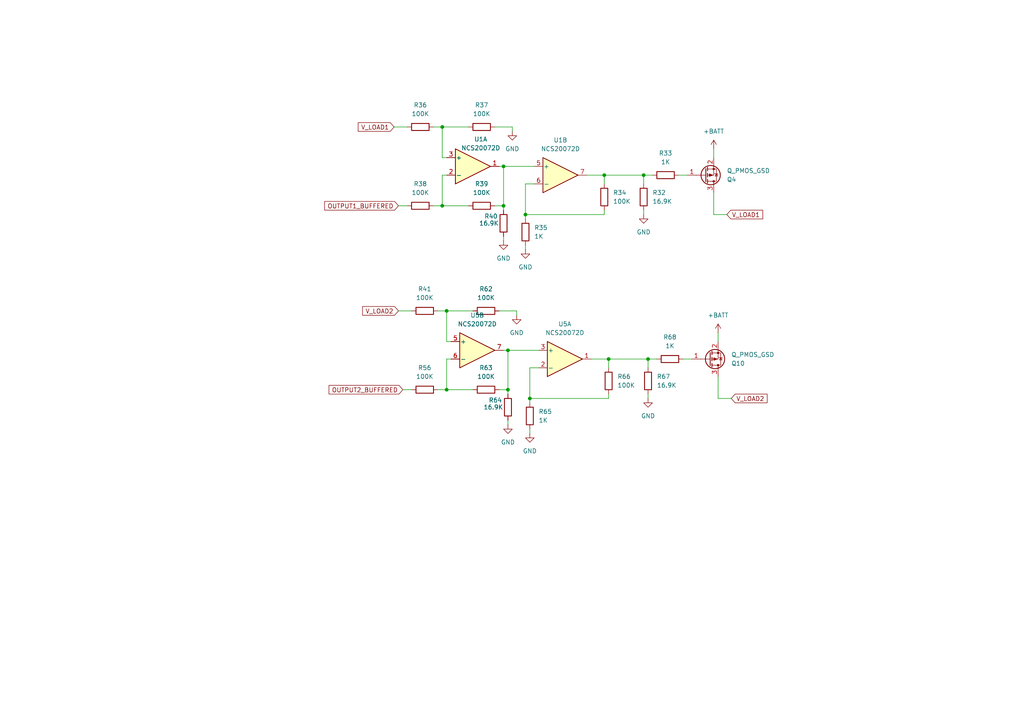
<source format=kicad_sch>
(kicad_sch (version 20250114) (generator "eeschema") (generator_version "9.0")
  (paper "A4")
  (lib_symbols
    (symbol "Amplifier_Operational:NCS20072D" (pin_names (offset 0.127))
      (property "Reference" "U" (at 2.54 6.35 0))
      (property "Value" "NCS20072D" (at 2.54 3.81 0))
      (symbol "NCS20072D_1_1"
        (polyline (pts (xy 5.08 0) (xy -5.08 5.08) (xy -5.08 -5.08) (xy 5.08 0)) (stroke (width 0.254)) (fill (type background)))
        (pin input line (at -7.62 2.54 0) (length 2.54) (name "+") (number "3"))
        (pin input line (at -7.62 -2.54 0) (length 2.54) (name "-") (number "2"))
        (pin output line (at 7.62 0 180) (length 2.54) (name "~") (number "1"))
      )
      (symbol "NCS20072D_2_1"
        (polyline (pts (xy 5.08 0) (xy -5.08 5.08) (xy -5.08 -5.08) (xy 5.08 0)) (stroke (width 0.254)) (fill (type background)))
        (pin input line (at -7.62 2.54 0) (length 2.54) (name "+") (number "5"))
        (pin input line (at -7.62 -2.54 0) (length 2.54) (name "-") (number "6"))
        (pin output line (at 7.62 0 180) (length 2.54) (name "~") (number "7"))
      )
      (symbol "NCS20072D_3_1"
        (pin power_in line (at 0 7.62 270) (length 3.81) (name "V+") (number "8"))
        (pin power_in line (at 0 -7.62 90) (length 3.81) (name "V-") (number "4"))
      )
    )
    (symbol "Device:Q_PMOS_GSD" (pin_names (offset 0) (hide yes))
      (property "Reference" "Q" (at 5.08 1.27 0))
      (property "Value" "Q_PMOS_GSD" (at 5.08 -1.27 0))
      (symbol "Q_PMOS_GSD_0_1"
        (polyline (pts (xy 0.254 1.905) (xy 0.254 -1.905)) (stroke (width 0.254)))
        (polyline (pts (xy 0.254 0) (xy -2.54 0)))
        (polyline (pts (xy 0.762 2.286) (xy 0.762 1.27)) (stroke (width 0.254)))
        (polyline (pts (xy 0.762 1.778) (xy 3.302 1.778) (xy 3.302 -1.778) (xy 0.762 -1.778)))
        (polyline (pts (xy 0.762 0.508) (xy 0.762 -0.508)) (stroke (width 0.254)))
        (polyline (pts (xy 0.762 -1.27) (xy 0.762 -2.286)) (stroke (width 0.254)))
        (circle (center 1.651 0) (radius 2.794) (stroke (width 0.254)))
        (polyline (pts (xy 2.286 0) (xy 1.27 0.381) (xy 1.27 -0.381) (xy 2.286 0)) (fill (type outline)))
        (polyline (pts (xy 2.54 2.54) (xy 2.54 1.778)))
        (circle (center 2.54 1.778) (radius 0.254) (fill (type outline)))
        (circle (center 2.54 -1.778) (radius 0.254) (fill (type outline)))
        (polyline (pts (xy 2.54 -2.54) (xy 2.54 0) (xy 0.762 0)))
        (polyline (pts (xy 2.794 -0.508) (xy 2.921 -0.381) (xy 3.683 -0.381) (xy 3.81 -0.254)))
        (polyline (pts (xy 3.302 -0.381) (xy 2.921 0.254) (xy 3.683 0.254) (xy 3.302 -0.381)))
      )
      (symbol "Q_PMOS_GSD_1_1"
        (pin input line (at -5.08 0 0) (length 2.54) (name "G") (number "1"))
        (pin passive line (at 2.54 5.08 270) (length 2.54) (name "D") (number "3"))
        (pin passive line (at 2.54 -5.08 90) (length 2.54) (name "S") (number "2"))
      )
    )
    (symbol "Device:R" (pin_numbers (hide yes)) (pin_names (offset 0))
      (property "Reference" "R" (at 2.032 0 90))
      (property "Value" "R" (at 0 0 90))
      (symbol "R_0_1"
        (rectangle (start -1.016 -2.54) (end 1.016 2.54) (stroke (width 0.254)))
      )
      (symbol "R_1_1"
        (pin passive line (at 0 3.81 270) (length 1.27) (name "~") (number "1"))
        (pin passive line (at 0 -3.81 90) (length 1.27) (name "~") (number "2"))
      )
    )
    (symbol "power:+BATT" (power) (pin_numbers (hide yes)) (pin_names (offset 0) (hide yes))
      (property "Value" "+BATT" (at 0 3.556 0))
      (symbol "+BATT_0_1"
        (polyline (pts (xy -0.762 1.27) (xy 0 2.54)))
        (polyline (pts (xy 0 2.54) (xy 0.762 1.27)))
        (polyline (pts (xy 0 0) (xy 0 2.54)))
      )
      (symbol "+BATT_1_1"
        (pin power_in line (at 0 0 90) (length 0) (name "~") (number "1"))
      )
    )
    (symbol "power:GND" (power) (pin_numbers (hide yes)) (pin_names (offset 0) (hide yes))
      (property "Value" "GND" (at 0 -3.81 0))
      (symbol "GND_0_1"
        (polyline (pts (xy 0 0) (xy 0 -1.27) (xy 1.27 -1.27) (xy 0 -2.54) (xy -1.27 -1.27) (xy 0 -1.27)))
      )
      (symbol "GND_1_1"
        (pin power_in line (at 0 0 270) (length 0) (name "~") (number "1"))
      )
    )
  )
  (junction (at 129.54 90.17))
  (junction (at 128.27 59.69))
  (junction (at 129.54 113.03))
  (junction (at 152.4 62.23))
  (junction (at 128.27 36.83))
  (junction (at 175.26 50.8))
  (junction (at 186.69 50.8))
  (junction (at 146.05 48.26))
  (junction (at 147.32 101.6))
  (junction (at 147.32 113.03))
  (junction (at 176.53 104.14))
  (junction (at 187.96 104.14))
  (junction (at 146.05 59.69))
  (junction (at 153.67 115.57))
  (wire (pts (xy 152.4 53.34) (xy 152.4 62.23)))
  (wire (pts (xy 175.26 62.23) (xy 152.4 62.23)))
  (wire (pts (xy 153.67 106.68) (xy 153.67 115.57)))
  (wire (pts (xy 152.4 71.12) (xy 152.4 72.39)))
  (wire (pts (xy 175.26 50.8) (xy 186.69 50.8)))
  (wire (pts (xy 147.32 113.03) (xy 147.32 114.3)))
  (wire (pts (xy 175.26 60.96) (xy 175.26 62.23)))
  (wire (pts (xy 147.32 101.6) (xy 156.21 101.6)))
  (wire (pts (xy 176.53 114.3) (xy 176.53 115.57)))
  (wire (pts (xy 208.28 96.52) (xy 208.28 99.06)))
  (wire (pts (xy 153.67 124.46) (xy 153.67 125.73)))
  (wire (pts (xy 130.81 99.06) (xy 129.54 99.06)))
  (wire (pts (xy 130.81 104.14) (xy 129.54 104.14)))
  (wire (pts (xy 146.05 48.26) (xy 154.94 48.26)))
  (wire (pts (xy 198.12 104.14) (xy 200.66 104.14)))
  (wire (pts (xy 129.54 90.17) (xy 137.16 90.17)))
  (wire (pts (xy 129.54 45.72) (xy 128.27 45.72)))
  (wire (pts (xy 127 90.17) (xy 129.54 90.17)))
  (wire (pts (xy 207.01 43.18) (xy 207.01 45.72)))
  (wire (pts (xy 128.27 50.8) (xy 128.27 59.69)))
  (wire (pts (xy 148.59 38.1) (xy 148.59 36.83)))
  (wire (pts (xy 152.4 62.23) (xy 152.4 63.5)))
  (wire (pts (xy 187.96 104.14) (xy 190.5 104.14)))
  (wire (pts (xy 115.57 90.17) (xy 119.38 90.17)))
  (wire (pts (xy 129.54 90.17) (xy 129.54 99.06)))
  (wire (pts (xy 116.84 113.03) (xy 119.38 113.03)))
  (wire (pts (xy 147.32 121.92) (xy 147.32 123.19)))
  (wire (pts (xy 186.69 60.96) (xy 186.69 62.23)))
  (wire (pts (xy 143.51 59.69) (xy 146.05 59.69)))
  (wire (pts (xy 129.54 50.8) (xy 128.27 50.8)))
  (wire (pts (xy 207.01 55.88) (xy 207.01 62.23)))
  (wire (pts (xy 125.73 59.69) (xy 128.27 59.69)))
  (wire (pts (xy 128.27 36.83) (xy 128.27 45.72)))
  (wire (pts (xy 128.27 36.83) (xy 135.89 36.83)))
  (wire (pts (xy 129.54 113.03) (xy 137.16 113.03)))
  (wire (pts (xy 127 113.03) (xy 129.54 113.03)))
  (wire (pts (xy 149.86 91.44) (xy 149.86 90.17)))
  (wire (pts (xy 148.59 36.83) (xy 143.51 36.83)))
  (wire (pts (xy 125.73 36.83) (xy 128.27 36.83)))
  (wire (pts (xy 196.85 50.8) (xy 199.39 50.8)))
  (wire (pts (xy 176.53 104.14) (xy 187.96 104.14)))
  (wire (pts (xy 187.96 114.3) (xy 187.96 115.57)))
  (wire (pts (xy 146.05 68.58) (xy 146.05 69.85)))
  (wire (pts (xy 114.3 36.83) (xy 118.11 36.83)))
  (wire (pts (xy 156.21 106.68) (xy 153.67 106.68)))
  (wire (pts (xy 208.28 115.57) (xy 212.09 115.57)))
  (wire (pts (xy 149.86 90.17) (xy 144.78 90.17)))
  (wire (pts (xy 186.69 50.8) (xy 186.69 53.34)))
  (wire (pts (xy 171.45 104.14) (xy 176.53 104.14)))
  (wire (pts (xy 187.96 104.14) (xy 187.96 106.68)))
  (wire (pts (xy 129.54 104.14) (xy 129.54 113.03)))
  (wire (pts (xy 186.69 50.8) (xy 189.23 50.8)))
  (wire (pts (xy 175.26 50.8) (xy 175.26 53.34)))
  (wire (pts (xy 154.94 53.34) (xy 152.4 53.34)))
  (wire (pts (xy 146.05 59.69) (xy 146.05 48.26)))
  (wire (pts (xy 176.53 115.57) (xy 153.67 115.57)))
  (wire (pts (xy 153.67 115.57) (xy 153.67 116.84)))
  (wire (pts (xy 146.05 48.26) (xy 144.78 48.26)))
  (wire (pts (xy 176.53 104.14) (xy 176.53 106.68)))
  (wire (pts (xy 147.32 113.03) (xy 147.32 101.6)))
  (wire (pts (xy 208.28 109.22) (xy 208.28 115.57)))
  (wire (pts (xy 115.57 59.69) (xy 118.11 59.69)))
  (wire (pts (xy 144.78 113.03) (xy 147.32 113.03)))
  (wire (pts (xy 147.32 101.6) (xy 146.05 101.6)))
  (wire (pts (xy 146.05 59.69) (xy 146.05 60.96)))
  (wire (pts (xy 128.27 59.69) (xy 135.89 59.69)))
  (wire (pts (xy 170.18 50.8) (xy 175.26 50.8)))
  (wire (pts (xy 207.01 62.23) (xy 210.82 62.23)))
  (global_label "OUTPUT2_BUFFERED" (shape input) (at 116.84 113.03 180) (property "Intersheetrefs" "${INTERSHEET_REFS}" (effects (hide yes))))
  (global_label "V_LOAD2" (shape input) (at 212.09 115.57 0) (property "Intersheetrefs" "${INTERSHEET_REFS}" (effects (hide yes))))
  (global_label "V_LOAD2" (shape input) (at 115.57 90.17 180) (property "Intersheetrefs" "${INTERSHEET_REFS}" (effects (hide yes))))
  (global_label "OUTPUT1_BUFFERED" (shape input) (at 115.57 59.69 180) (property "Intersheetrefs" "${INTERSHEET_REFS}" (effects (hide yes))))
  (global_label "V_LOAD1" (shape input) (at 114.3 36.83 180) (property "Intersheetrefs" "${INTERSHEET_REFS}" (effects (hide yes))))
  (global_label "V_LOAD1" (shape input) (at 210.82 62.23 0) (property "Intersheetrefs" "${INTERSHEET_REFS}" (effects (hide yes))))
  (symbol (lib_id "Device:R") (at 175.26 57.15 0) (unit 1)
    (property "Reference" "R34" (at 177.8 55.8799 0) (effects (justify left)))
    (property "Value" "100K" (at 177.8 58.4199 0) (effects (justify left)))
    (property "Footprint" "Resistor_SMD:R_0603_1608Metric" (effects (hide yes)))
    (property "Description" "Resistor" (effects (hide yes)))
  )
  (symbol (lib_id "Device:R") (at 123.19 113.03 90) (unit 1)
    (property "Reference" "R56" (at 123.19 106.68 90))
    (property "Value" "100K" (at 123.19 109.22 90))
    (property "Footprint" "Resistor_SMD:R_0603_1608Metric" (effects (hide yes)))
    (property "Description" "Resistor" (effects (hide yes)))
  )
  (symbol (lib_id "Device:R") (at 152.4 67.31 0) (unit 1)
    (property "Reference" "R35" (at 154.94 66.0399 0) (effects (justify left)))
    (property "Value" "1K" (at 154.94 68.5799 0) (effects (justify left)))
    (property "Footprint" "Resistor_SMD:R_0603_1608Metric" (effects (hide yes)))
    (property "Description" "Resistor" (effects (hide yes)))
  )
  (symbol (lib_id "Device:R") (at 139.7 59.69 90) (unit 1)
    (property "Reference" "R39" (at 139.7 53.34 90))
    (property "Value" "100K" (at 139.7 55.88 90))
    (property "Footprint" "Resistor_SMD:R_0603_1608Metric" (effects (hide yes)))
    (property "Description" "Resistor" (effects (hide yes)))
  )
  (symbol (lib_id "power:+BATT") (at 208.28 96.52 0) (unit 1)
    (property "Reference" "#PWR075" (effects (hide yes)))
    (property "Value" "+BATT" (at 208.28 91.44 0))
    (property "Description" "Power symbol creates a global label with name \"+BATT\"" (effects (hide yes)))
  )
  (symbol (lib_id "Device:R") (at 121.92 59.69 90) (unit 1)
    (property "Reference" "R38" (at 121.92 53.34 90))
    (property "Value" "100K" (at 121.92 55.88 90))
    (property "Footprint" "Resistor_SMD:R_0603_1608Metric" (effects (hide yes)))
    (property "Description" "Resistor" (effects (hide yes)))
  )
  (symbol (lib_id "power:GND") (at 147.32 123.19 0) (unit 1)
    (property "Reference" "#PWR071" (effects (hide yes)))
    (property "Value" "GND" (at 147.32 128.27 0))
    (property "Description" "Power symbol creates a global label with name \"GND\" , ground" (effects (hide yes)))
  )
  (symbol (lib_id "Device:R") (at 140.97 90.17 90) (unit 1)
    (property "Reference" "R62" (at 140.97 83.82 90))
    (property "Value" "100K" (at 140.97 86.36 90))
    (property "Footprint" "Resistor_SMD:R_0603_1608Metric" (effects (hide yes)))
    (property "Description" "Resistor" (effects (hide yes)))
  )
  (symbol (lib_id "Amplifier_Operational:NCS20072D") (at 137.16 48.26 0) (unit 1)
    (property "Reference" "U1" (at 139.446 40.386 0))
    (property "Value" "NCS20072D" (at 139.446 42.926 0))
    (property "Footprint" "Package_SO:SOIC-8_3.9x4.9mm_P1.27mm" (effects (hide yes)))
    (property "Datasheet" "https://www.onsemi.com/pub/Collateral/NCS20071-D.PDF" (effects (hide yes)))
    (property "Description" "Dual, 2.8V/µs, Rail-to-Rail Output, SOIC-8" (effects (hide yes)))
  )
  (symbol (lib_id "Device:R") (at 194.31 104.14 270) (unit 1)
    (property "Reference" "R68" (at 194.31 97.79 90))
    (property "Value" "1K" (at 194.31 100.33 90))
    (property "Footprint" "Resistor_SMD:R_0603_1608Metric" (effects (hide yes)))
    (property "Description" "Resistor" (effects (hide yes)))
  )
  (symbol (lib_id "power:GND") (at 187.96 115.57 0) (unit 1)
    (property "Reference" "#PWR074" (effects (hide yes)))
    (property "Value" "GND" (at 187.96 120.65 0))
    (property "Description" "Power symbol creates a global label with name \"GND\" , ground" (effects (hide yes)))
  )
  (symbol (lib_id "Device:R") (at 139.7 36.83 90) (unit 1)
    (property "Reference" "R37" (at 139.7 30.48 90))
    (property "Value" "100K" (at 139.7 33.02 90))
    (property "Footprint" "Resistor_SMD:R_0603_1608Metric" (effects (hide yes)))
    (property "Description" "Resistor" (effects (hide yes)))
  )
  (symbol (lib_id "power:GND") (at 153.67 125.73 0) (unit 1)
    (property "Reference" "#PWR073" (effects (hide yes)))
    (property "Value" "GND" (at 153.67 130.81 0))
    (property "Description" "Power symbol creates a global label with name \"GND\" , ground" (effects (hide yes)))
  )
  (symbol (lib_id "Device:R") (at 140.97 113.03 90) (unit 1)
    (property "Reference" "R63" (at 140.97 106.68 90))
    (property "Value" "100K" (at 140.97 109.22 90))
    (property "Footprint" "Resistor_SMD:R_0603_1608Metric" (effects (hide yes)))
    (property "Description" "Resistor" (effects (hide yes)))
  )
  (symbol (lib_id "Device:R") (at 193.04 50.8 270) (unit 1)
    (property "Reference" "R33" (at 193.04 44.45 90))
    (property "Value" "1K" (at 193.04 46.99 90))
    (property "Footprint" "Resistor_SMD:R_0603_1608Metric" (effects (hide yes)))
    (property "Description" "Resistor" (effects (hide yes)))
  )
  (symbol (lib_id "power:GND") (at 186.69 62.23 0) (unit 1)
    (property "Reference" "#PWR044" (effects (hide yes)))
    (property "Value" "GND" (at 186.69 67.31 0))
    (property "Description" "Power symbol creates a global label with name \"GND\" , ground" (effects (hide yes)))
  )
  (symbol (lib_id "Device:R") (at 147.32 118.11 180) (unit 1)
    (property "Reference" "R64" (at 141.732 116.078 0) (effects (justify right)))
    (property "Value" "16.9K" (at 140.208 118.11 0) (effects (justify right)))
    (property "Footprint" "Resistor_SMD:R_0603_1608Metric" (effects (hide yes)))
    (property "Description" "Resistor" (effects (hide yes)))
  )
  (symbol (lib_id "Device:R") (at 176.53 110.49 0) (unit 1)
    (property "Reference" "R66" (at 179.07 109.2199 0) (effects (justify left)))
    (property "Value" "100K" (at 179.07 111.7599 0) (effects (justify left)))
    (property "Footprint" "Resistor_SMD:R_0603_1608Metric" (effects (hide yes)))
    (property "Description" "Resistor" (effects (hide yes)))
  )
  (symbol (lib_id "Device:R") (at 121.92 36.83 90) (unit 1)
    (property "Reference" "R36" (at 121.92 30.48 90))
    (property "Value" "100K" (at 121.92 33.02 90))
    (property "Footprint" "Resistor_SMD:R_0603_1608Metric" (effects (hide yes)))
    (property "Description" "Resistor" (effects (hide yes)))
  )
  (symbol (lib_id "power:GND") (at 152.4 72.39 0) (unit 1)
    (property "Reference" "#PWR047" (effects (hide yes)))
    (property "Value" "GND" (at 152.4 77.47 0))
    (property "Description" "Power symbol creates a global label with name \"GND\" , ground" (effects (hide yes)))
  )
  (symbol (lib_id "Device:R") (at 146.05 64.77 180) (unit 1)
    (property "Reference" "R40" (at 140.462 62.738 0) (effects (justify right)))
    (property "Value" "16.9K" (at 138.938 64.77 0) (effects (justify right)))
    (property "Footprint" "Resistor_SMD:R_0603_1608Metric" (effects (hide yes)))
    (property "Description" "Resistor" (effects (hide yes)))
  )
  (symbol (lib_id "Device:R") (at 187.96 110.49 0) (unit 1)
    (property "Reference" "R67" (at 190.5 109.2199 0) (effects (justify left)))
    (property "Value" "16.9K" (at 190.5 111.7599 0) (effects (justify left)))
    (property "Footprint" "Resistor_SMD:R_0603_1608Metric" (effects (hide yes)))
    (property "Description" "Resistor" (effects (hide yes)))
  )
  (symbol (lib_id "power:GND") (at 146.05 69.85 0) (unit 1)
    (property "Reference" "#PWR055" (effects (hide yes)))
    (property "Value" "GND" (at 146.05 74.93 0))
    (property "Description" "Power symbol creates a global label with name \"GND\" , ground" (effects (hide yes)))
  )
  (symbol (lib_id "Device:Q_PMOS_GSD") (at 205.74 104.14 0) (mirror x) (unit 1)
    (property "Reference" "Q10" (at 212.09 105.4101 0) (effects (justify left)))
    (property "Value" "Q_PMOS_GSD" (at 212.09 102.8701 0) (effects (justify left)))
    (property "Footprint" "Package_TO_SOT_SMD:SOT-23" (effects (hide yes)))
    (property "Description" "P-MOSFET transistor, gate/source/drain" (effects (hide yes)))
  )
  (symbol (lib_id "Amplifier_Operational:NCS20072D") (at 162.56 50.8 0) (unit 2)
    (property "Reference" "U1" (at 162.56 40.64 0))
    (property "Value" "NCS20072D" (at 162.56 43.18 0))
    (property "Footprint" "Package_SO:SOIC-8_3.9x4.9mm_P1.27mm" (effects (hide yes)))
    (property "Datasheet" "https://www.onsemi.com/pub/Collateral/NCS20071-D.PDF" (effects (hide yes)))
    (property "Description" "Dual, 2.8V/µs, Rail-to-Rail Output, SOIC-8" (effects (hide yes)))
  )
  (symbol (lib_id "Device:R") (at 123.19 90.17 90) (unit 1)
    (property "Reference" "R41" (at 123.19 83.82 90))
    (property "Value" "100K" (at 123.19 86.36 90))
    (property "Footprint" "Resistor_SMD:R_0603_1608Metric" (effects (hide yes)))
    (property "Description" "Resistor" (effects (hide yes)))
  )
  (symbol (lib_id "power:GND") (at 149.86 91.44 0) (unit 1)
    (property "Reference" "#PWR072" (effects (hide yes)))
    (property "Value" "GND" (at 149.86 96.52 0))
    (property "Description" "Power symbol creates a global label with name \"GND\" , ground" (effects (hide yes)))
  )
  (symbol (lib_id "power:GND") (at 148.59 38.1 0) (unit 1)
    (property "Reference" "#PWR054" (effects (hide yes)))
    (property "Value" "GND" (at 148.59 43.18 0))
    (property "Description" "Power symbol creates a global label with name \"GND\" , ground" (effects (hide yes)))
  )
  (symbol (lib_id "power:+BATT") (at 207.01 43.18 0) (unit 1)
    (property "Reference" "#PWR039" (effects (hide yes)))
    (property "Value" "+BATT" (at 207.01 38.1 0))
    (property "Description" "Power symbol creates a global label with name \"+BATT\"" (effects (hide yes)))
  )
  (symbol (lib_id "Device:Q_PMOS_GSD") (at 204.47 50.8 0) (mirror x) (unit 1)
    (property "Reference" "Q4" (at 210.82 52.0701 0) (effects (justify left)))
    (property "Value" "Q_PMOS_GSD" (at 210.82 49.5301 0) (effects (justify left)))
    (property "Footprint" "Package_TO_SOT_SMD:SOT-23" (effects (hide yes)))
    (property "Description" "P-MOSFET transistor, gate/source/drain" (effects (hide yes)))
  )
  (symbol (lib_id "Amplifier_Operational:NCS20072D") (at 138.43 101.6 0) (unit 2)
    (property "Reference" "U5" (at 138.43 91.44 0))
    (property "Value" "NCS20072D" (at 138.43 93.98 0))
    (property "Footprint" "Package_SO:SOIC-8_3.9x4.9mm_P1.27mm" (effects (hide yes)))
    (property "Datasheet" "https://www.onsemi.com/pub/Collateral/NCS20071-D.PDF" (effects (hide yes)))
    (property "Description" "Dual, 2.8V/µs, Rail-to-Rail Output, SOIC-8" (effects (hide yes)))
  )
  (symbol (lib_id "Amplifier_Operational:NCS20072D") (at 163.83 104.14 0) (unit 1)
    (property "Reference" "U5" (at 163.83 93.98 0))
    (property "Value" "NCS20072D" (at 163.83 96.52 0))
    (property "Footprint" "Package_SO:SOIC-8_3.9x4.9mm_P1.27mm" (effects (hide yes)))
    (property "Datasheet" "https://www.onsemi.com/pub/Collateral/NCS20071-D.PDF" (effects (hide yes)))
    (property "Description" "Dual, 2.8V/µs, Rail-to-Rail Output, SOIC-8" (effects (hide yes)))
  )
  (symbol (lib_id "Device:R") (at 186.69 57.15 0) (unit 1)
    (property "Reference" "R32" (at 189.23 55.8799 0) (effects (justify left)))
    (property "Value" "16.9K" (at 189.23 58.4199 0) (effects (justify left)))
    (property "Footprint" "Resistor_SMD:R_0603_1608Metric" (effects (hide yes)))
    (property "Description" "Resistor" (effects (hide yes)))
  )
  (symbol (lib_id "Device:R") (at 153.67 120.65 0) (unit 1)
    (property "Reference" "R65" (at 156.21 119.3799 0) (effects (justify left)))
    (property "Value" "1K" (at 156.21 121.9199 0) (effects (justify left)))
    (property "Footprint" "Resistor_SMD:R_0603_1608Metric" (effects (hide yes)))
    (property "Description" "Resistor" (effects (hide yes)))
  )
)
</source>
